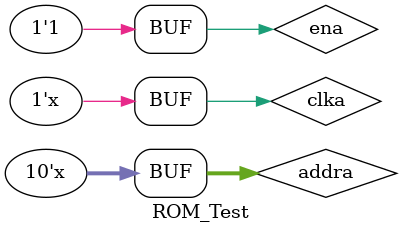
<source format=v>
`timescale 1ns / 1ps


module ROM_Test;

	// Inputs
	reg clka;
	reg ena;
	reg [9:0] addra;

	// Outputs
	wire [31:0] douta;

	// Instantiate the Unit Under Test (UUT)
	InstructionMemory uut (
		.clka(clka), 
		.ena(ena), 
		.addra(addra), 
		.douta(douta)
	);


	always #10 clka=~clka;
	
	always #20 addra = addra +1;
	
	initial begin
		// Initialize Inputs
		clka = 0;
		ena = 1;
		addra = 0;

		// Wait 100 ns for global reset to finish
		#100;
        
		// Add stimulus here

	end
      
endmodule


</source>
